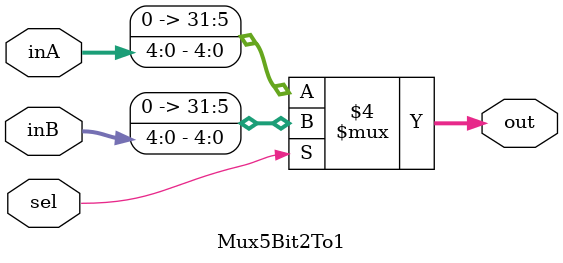
<source format=v>
`timescale 1ns / 1ps


module Mux5Bit2To1(inA, inB, sel, out);

    output reg [31:0] out;
    
    input [4:0] inA;
    input [4:0] inB;
    input sel;

    always @(sel, inA, inB) begin
        if (sel == 0) begin
            out <= inA;
        end 
        else begin
            out <= inB;
        end
    end

endmodule

</source>
